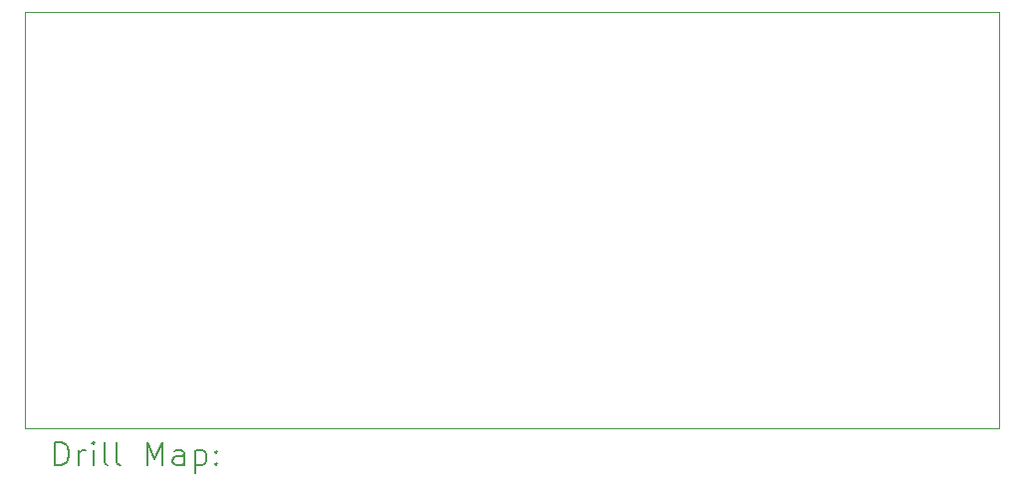
<source format=gbr>
%TF.GenerationSoftware,KiCad,Pcbnew,8.0.5*%
%TF.CreationDate,2024-10-10T12:36:00+02:00*%
%TF.ProjectId,MosTest_GanFet,4d6f7354-6573-4745-9f47-616e4665742e,rev?*%
%TF.SameCoordinates,Original*%
%TF.FileFunction,Drillmap*%
%TF.FilePolarity,Positive*%
%FSLAX45Y45*%
G04 Gerber Fmt 4.5, Leading zero omitted, Abs format (unit mm)*
G04 Created by KiCad (PCBNEW 8.0.5) date 2024-10-10 12:36:00*
%MOMM*%
%LPD*%
G01*
G04 APERTURE LIST*
%ADD10C,0.050000*%
%ADD11C,0.200000*%
G04 APERTURE END LIST*
D10*
X7800000Y-1600000D02*
X16085500Y-1600000D01*
X16085500Y-5140400D01*
X7800000Y-5140400D01*
X7800000Y-1600000D01*
D11*
X8058277Y-5454384D02*
X8058277Y-5254384D01*
X8058277Y-5254384D02*
X8105896Y-5254384D01*
X8105896Y-5254384D02*
X8134467Y-5263908D01*
X8134467Y-5263908D02*
X8153515Y-5282955D01*
X8153515Y-5282955D02*
X8163039Y-5302003D01*
X8163039Y-5302003D02*
X8172562Y-5340098D01*
X8172562Y-5340098D02*
X8172562Y-5368670D01*
X8172562Y-5368670D02*
X8163039Y-5406765D01*
X8163039Y-5406765D02*
X8153515Y-5425812D01*
X8153515Y-5425812D02*
X8134467Y-5444860D01*
X8134467Y-5444860D02*
X8105896Y-5454384D01*
X8105896Y-5454384D02*
X8058277Y-5454384D01*
X8258277Y-5454384D02*
X8258277Y-5321050D01*
X8258277Y-5359146D02*
X8267801Y-5340098D01*
X8267801Y-5340098D02*
X8277324Y-5330574D01*
X8277324Y-5330574D02*
X8296372Y-5321050D01*
X8296372Y-5321050D02*
X8315420Y-5321050D01*
X8382086Y-5454384D02*
X8382086Y-5321050D01*
X8382086Y-5254384D02*
X8372562Y-5263908D01*
X8372562Y-5263908D02*
X8382086Y-5273431D01*
X8382086Y-5273431D02*
X8391610Y-5263908D01*
X8391610Y-5263908D02*
X8382086Y-5254384D01*
X8382086Y-5254384D02*
X8382086Y-5273431D01*
X8505896Y-5454384D02*
X8486848Y-5444860D01*
X8486848Y-5444860D02*
X8477324Y-5425812D01*
X8477324Y-5425812D02*
X8477324Y-5254384D01*
X8610658Y-5454384D02*
X8591610Y-5444860D01*
X8591610Y-5444860D02*
X8582086Y-5425812D01*
X8582086Y-5425812D02*
X8582086Y-5254384D01*
X8839229Y-5454384D02*
X8839229Y-5254384D01*
X8839229Y-5254384D02*
X8905896Y-5397241D01*
X8905896Y-5397241D02*
X8972563Y-5254384D01*
X8972563Y-5254384D02*
X8972563Y-5454384D01*
X9153515Y-5454384D02*
X9153515Y-5349622D01*
X9153515Y-5349622D02*
X9143991Y-5330574D01*
X9143991Y-5330574D02*
X9124944Y-5321050D01*
X9124944Y-5321050D02*
X9086848Y-5321050D01*
X9086848Y-5321050D02*
X9067801Y-5330574D01*
X9153515Y-5444860D02*
X9134467Y-5454384D01*
X9134467Y-5454384D02*
X9086848Y-5454384D01*
X9086848Y-5454384D02*
X9067801Y-5444860D01*
X9067801Y-5444860D02*
X9058277Y-5425812D01*
X9058277Y-5425812D02*
X9058277Y-5406765D01*
X9058277Y-5406765D02*
X9067801Y-5387717D01*
X9067801Y-5387717D02*
X9086848Y-5378193D01*
X9086848Y-5378193D02*
X9134467Y-5378193D01*
X9134467Y-5378193D02*
X9153515Y-5368670D01*
X9248753Y-5321050D02*
X9248753Y-5521050D01*
X9248753Y-5330574D02*
X9267801Y-5321050D01*
X9267801Y-5321050D02*
X9305896Y-5321050D01*
X9305896Y-5321050D02*
X9324944Y-5330574D01*
X9324944Y-5330574D02*
X9334467Y-5340098D01*
X9334467Y-5340098D02*
X9343991Y-5359146D01*
X9343991Y-5359146D02*
X9343991Y-5416289D01*
X9343991Y-5416289D02*
X9334467Y-5435336D01*
X9334467Y-5435336D02*
X9324944Y-5444860D01*
X9324944Y-5444860D02*
X9305896Y-5454384D01*
X9305896Y-5454384D02*
X9267801Y-5454384D01*
X9267801Y-5454384D02*
X9248753Y-5444860D01*
X9429705Y-5435336D02*
X9439229Y-5444860D01*
X9439229Y-5444860D02*
X9429705Y-5454384D01*
X9429705Y-5454384D02*
X9420182Y-5444860D01*
X9420182Y-5444860D02*
X9429705Y-5435336D01*
X9429705Y-5435336D02*
X9429705Y-5454384D01*
X9429705Y-5330574D02*
X9439229Y-5340098D01*
X9439229Y-5340098D02*
X9429705Y-5349622D01*
X9429705Y-5349622D02*
X9420182Y-5340098D01*
X9420182Y-5340098D02*
X9429705Y-5330574D01*
X9429705Y-5330574D02*
X9429705Y-5349622D01*
M02*

</source>
